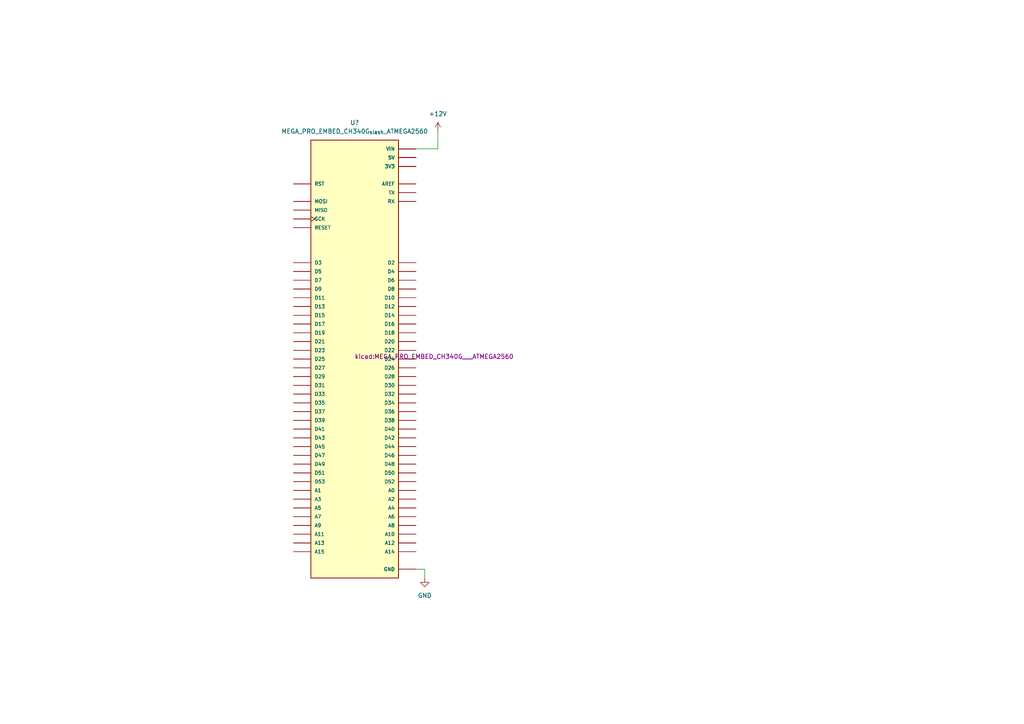
<source format=kicad_sch>
(kicad_sch (version 20211123) (generator eeschema)

  (uuid e63e39d7-6ac0-4ffd-8aa3-1841a4541b55)

  (paper "A4")

  (lib_symbols
    (symbol "MEGA_PRO_EMBED_CH340G___ATMEGA2560:MEGA_PRO_EMBED_CH340G_{slash}_ATMEGA2560" (pin_numbers hide) (pin_names (offset 1.016)) (in_bom yes) (on_board yes)
      (property "Reference" "U" (id 0) (at -12.7 63.5 0)
        (effects (font (size 1.27 1.27)) (justify left bottom))
      )
      (property "Value" "MEGA_PRO_EMBED_CH340G_{slash}_ATMEGA2560" (id 1) (at -12.7 -66.04 0)
        (effects (font (size 1.27 1.27)) (justify left bottom))
      )
      (property "Footprint" "MODULE_MEGA_PRO_EMBED_CH340G_/_ATMEGA2560" (id 2) (at 0 0 0)
        (effects (font (size 1.27 1.27)) (justify left bottom) hide)
      )
      (property "Datasheet" "" (id 3) (at 0 0 0)
        (effects (font (size 1.27 1.27)) (justify left bottom) hide)
      )
      (property "MANUFACTURER" "Robotdyn" (id 4) (at 0 0 0)
        (effects (font (size 1.27 1.27)) (justify left bottom) hide)
      )
      (property "MAXIMUM_PACKAGE_HIEGHT" "" (id 5) (at 0 0 0)
        (effects (font (size 1.27 1.27)) (justify left bottom) hide)
      )
      (property "PARTREV" "12/May/2017" (id 6) (at 0 0 0)
        (effects (font (size 1.27 1.27)) (justify left bottom) hide)
      )
      (property "STANDARD" "Manufacturer Recommendations" (id 7) (at 0 0 0)
        (effects (font (size 1.27 1.27)) (justify left bottom) hide)
      )
      (property "ki_locked" "" (id 8) (at 0 0 0)
        (effects (font (size 1.27 1.27)))
      )
      (symbol "MEGA_PRO_EMBED_CH340G_{slash}_ATMEGA2560_0_0"
        (rectangle (start -12.7 -63.5) (end 12.7 63.5)
          (stroke (width 0.254) (type default) (color 0 0 0 0))
          (fill (type background))
        )
        (pin power_in line (at 17.78 55.88 180) (length 5.08)
          (name "3V3" (effects (font (size 1.016 1.016))))
          (number "3V3_1" (effects (font (size 1.016 1.016))))
        )
        (pin power_in line (at 17.78 55.88 180) (length 5.08)
          (name "3V3" (effects (font (size 1.016 1.016))))
          (number "3V3_2" (effects (font (size 1.016 1.016))))
        )
        (pin power_in line (at 17.78 58.42 180) (length 5.08)
          (name "5V" (effects (font (size 1.016 1.016))))
          (number "5V_1" (effects (font (size 1.016 1.016))))
        )
        (pin power_in line (at 17.78 58.42 180) (length 5.08)
          (name "5V" (effects (font (size 1.016 1.016))))
          (number "5V_2" (effects (font (size 1.016 1.016))))
        )
        (pin power_in line (at 17.78 58.42 180) (length 5.08)
          (name "5V" (effects (font (size 1.016 1.016))))
          (number "5V_3" (effects (font (size 1.016 1.016))))
        )
        (pin bidirectional line (at 17.78 -38.1 180) (length 5.08)
          (name "A0" (effects (font (size 1.016 1.016))))
          (number "A0" (effects (font (size 1.016 1.016))))
        )
        (pin bidirectional line (at -17.78 -38.1 0) (length 5.08)
          (name "A1" (effects (font (size 1.016 1.016))))
          (number "A1" (effects (font (size 1.016 1.016))))
        )
        (pin bidirectional line (at 17.78 -50.8 180) (length 5.08)
          (name "A10" (effects (font (size 1.016 1.016))))
          (number "A10" (effects (font (size 1.016 1.016))))
        )
        (pin bidirectional line (at -17.78 -50.8 0) (length 5.08)
          (name "A11" (effects (font (size 1.016 1.016))))
          (number "A11" (effects (font (size 1.016 1.016))))
        )
        (pin bidirectional line (at 17.78 -53.34 180) (length 5.08)
          (name "A12" (effects (font (size 1.016 1.016))))
          (number "A12" (effects (font (size 1.016 1.016))))
        )
        (pin bidirectional line (at -17.78 -53.34 0) (length 5.08)
          (name "A13" (effects (font (size 1.016 1.016))))
          (number "A13" (effects (font (size 1.016 1.016))))
        )
        (pin bidirectional line (at 17.78 -55.88 180) (length 5.08)
          (name "A14" (effects (font (size 1.016 1.016))))
          (number "A14" (effects (font (size 1.016 1.016))))
        )
        (pin bidirectional line (at -17.78 -55.88 0) (length 5.08)
          (name "A15" (effects (font (size 1.016 1.016))))
          (number "A15" (effects (font (size 1.016 1.016))))
        )
        (pin bidirectional line (at 17.78 -40.64 180) (length 5.08)
          (name "A2" (effects (font (size 1.016 1.016))))
          (number "A2" (effects (font (size 1.016 1.016))))
        )
        (pin bidirectional line (at -17.78 -40.64 0) (length 5.08)
          (name "A3" (effects (font (size 1.016 1.016))))
          (number "A3" (effects (font (size 1.016 1.016))))
        )
        (pin bidirectional line (at 17.78 -43.18 180) (length 5.08)
          (name "A4" (effects (font (size 1.016 1.016))))
          (number "A4" (effects (font (size 1.016 1.016))))
        )
        (pin bidirectional line (at -17.78 -43.18 0) (length 5.08)
          (name "A5" (effects (font (size 1.016 1.016))))
          (number "A5" (effects (font (size 1.016 1.016))))
        )
        (pin bidirectional line (at 17.78 -45.72 180) (length 5.08)
          (name "A6" (effects (font (size 1.016 1.016))))
          (number "A6" (effects (font (size 1.016 1.016))))
        )
        (pin bidirectional line (at -17.78 -45.72 0) (length 5.08)
          (name "A7" (effects (font (size 1.016 1.016))))
          (number "A7" (effects (font (size 1.016 1.016))))
        )
        (pin bidirectional line (at 17.78 -48.26 180) (length 5.08)
          (name "A8" (effects (font (size 1.016 1.016))))
          (number "A8" (effects (font (size 1.016 1.016))))
        )
        (pin bidirectional line (at -17.78 -48.26 0) (length 5.08)
          (name "A9" (effects (font (size 1.016 1.016))))
          (number "A9" (effects (font (size 1.016 1.016))))
        )
        (pin bidirectional line (at 17.78 50.8 180) (length 5.08)
          (name "AREF" (effects (font (size 1.016 1.016))))
          (number "AREF" (effects (font (size 1.016 1.016))))
        )
        (pin bidirectional line (at 17.78 17.78 180) (length 5.08)
          (name "D10" (effects (font (size 1.016 1.016))))
          (number "D10" (effects (font (size 1.016 1.016))))
        )
        (pin bidirectional line (at -17.78 17.78 0) (length 5.08)
          (name "D11" (effects (font (size 1.016 1.016))))
          (number "D11" (effects (font (size 1.016 1.016))))
        )
        (pin bidirectional line (at 17.78 15.24 180) (length 5.08)
          (name "D12" (effects (font (size 1.016 1.016))))
          (number "D12" (effects (font (size 1.016 1.016))))
        )
        (pin bidirectional line (at -17.78 15.24 0) (length 5.08)
          (name "D13" (effects (font (size 1.016 1.016))))
          (number "D13" (effects (font (size 1.016 1.016))))
        )
        (pin bidirectional line (at 17.78 12.7 180) (length 5.08)
          (name "D14" (effects (font (size 1.016 1.016))))
          (number "D14" (effects (font (size 1.016 1.016))))
        )
        (pin bidirectional line (at -17.78 12.7 0) (length 5.08)
          (name "D15" (effects (font (size 1.016 1.016))))
          (number "D15" (effects (font (size 1.016 1.016))))
        )
        (pin bidirectional line (at 17.78 10.16 180) (length 5.08)
          (name "D16" (effects (font (size 1.016 1.016))))
          (number "D16" (effects (font (size 1.016 1.016))))
        )
        (pin bidirectional line (at -17.78 10.16 0) (length 5.08)
          (name "D17" (effects (font (size 1.016 1.016))))
          (number "D17" (effects (font (size 1.016 1.016))))
        )
        (pin bidirectional line (at 17.78 7.62 180) (length 5.08)
          (name "D18" (effects (font (size 1.016 1.016))))
          (number "D18" (effects (font (size 1.016 1.016))))
        )
        (pin bidirectional line (at -17.78 7.62 0) (length 5.08)
          (name "D19" (effects (font (size 1.016 1.016))))
          (number "D19" (effects (font (size 1.016 1.016))))
        )
        (pin bidirectional line (at 17.78 27.94 180) (length 5.08)
          (name "D2" (effects (font (size 1.016 1.016))))
          (number "D2" (effects (font (size 1.016 1.016))))
        )
        (pin bidirectional line (at 17.78 5.08 180) (length 5.08)
          (name "D20" (effects (font (size 1.016 1.016))))
          (number "D20" (effects (font (size 1.016 1.016))))
        )
        (pin bidirectional line (at -17.78 5.08 0) (length 5.08)
          (name "D21" (effects (font (size 1.016 1.016))))
          (number "D21" (effects (font (size 1.016 1.016))))
        )
        (pin bidirectional line (at 17.78 2.54 180) (length 5.08)
          (name "D22" (effects (font (size 1.016 1.016))))
          (number "D22" (effects (font (size 1.016 1.016))))
        )
        (pin bidirectional line (at -17.78 2.54 0) (length 5.08)
          (name "D23" (effects (font (size 1.016 1.016))))
          (number "D23" (effects (font (size 1.016 1.016))))
        )
        (pin bidirectional line (at 17.78 0 180) (length 5.08)
          (name "D24" (effects (font (size 1.016 1.016))))
          (number "D24" (effects (font (size 1.016 1.016))))
        )
        (pin bidirectional line (at -17.78 0 0) (length 5.08)
          (name "D25" (effects (font (size 1.016 1.016))))
          (number "D25" (effects (font (size 1.016 1.016))))
        )
        (pin bidirectional line (at 17.78 -2.54 180) (length 5.08)
          (name "D26" (effects (font (size 1.016 1.016))))
          (number "D26" (effects (font (size 1.016 1.016))))
        )
        (pin bidirectional line (at -17.78 -2.54 0) (length 5.08)
          (name "D27" (effects (font (size 1.016 1.016))))
          (number "D27" (effects (font (size 1.016 1.016))))
        )
        (pin bidirectional line (at 17.78 -5.08 180) (length 5.08)
          (name "D28" (effects (font (size 1.016 1.016))))
          (number "D28" (effects (font (size 1.016 1.016))))
        )
        (pin bidirectional line (at -17.78 -5.08 0) (length 5.08)
          (name "D29" (effects (font (size 1.016 1.016))))
          (number "D29" (effects (font (size 1.016 1.016))))
        )
        (pin bidirectional line (at -17.78 27.94 0) (length 5.08)
          (name "D3" (effects (font (size 1.016 1.016))))
          (number "D3" (effects (font (size 1.016 1.016))))
        )
        (pin bidirectional line (at 17.78 -7.62 180) (length 5.08)
          (name "D30" (effects (font (size 1.016 1.016))))
          (number "D30" (effects (font (size 1.016 1.016))))
        )
        (pin bidirectional line (at -17.78 -7.62 0) (length 5.08)
          (name "D31" (effects (font (size 1.016 1.016))))
          (number "D31" (effects (font (size 1.016 1.016))))
        )
        (pin bidirectional line (at 17.78 -10.16 180) (length 5.08)
          (name "D32" (effects (font (size 1.016 1.016))))
          (number "D32" (effects (font (size 1.016 1.016))))
        )
        (pin bidirectional line (at -17.78 -10.16 0) (length 5.08)
          (name "D33" (effects (font (size 1.016 1.016))))
          (number "D33" (effects (font (size 1.016 1.016))))
        )
        (pin bidirectional line (at 17.78 -12.7 180) (length 5.08)
          (name "D34" (effects (font (size 1.016 1.016))))
          (number "D34" (effects (font (size 1.016 1.016))))
        )
        (pin bidirectional line (at -17.78 -12.7 0) (length 5.08)
          (name "D35" (effects (font (size 1.016 1.016))))
          (number "D35" (effects (font (size 1.016 1.016))))
        )
        (pin bidirectional line (at 17.78 -15.24 180) (length 5.08)
          (name "D36" (effects (font (size 1.016 1.016))))
          (number "D36" (effects (font (size 1.016 1.016))))
        )
        (pin bidirectional line (at -17.78 -15.24 0) (length 5.08)
          (name "D37" (effects (font (size 1.016 1.016))))
          (number "D37" (effects (font (size 1.016 1.016))))
        )
        (pin bidirectional line (at 17.78 -17.78 180) (length 5.08)
          (name "D38" (effects (font (size 1.016 1.016))))
          (number "D38" (effects (font (size 1.016 1.016))))
        )
        (pin bidirectional line (at -17.78 -17.78 0) (length 5.08)
          (name "D39" (effects (font (size 1.016 1.016))))
          (number "D39" (effects (font (size 1.016 1.016))))
        )
        (pin bidirectional line (at 17.78 25.4 180) (length 5.08)
          (name "D4" (effects (font (size 1.016 1.016))))
          (number "D4" (effects (font (size 1.016 1.016))))
        )
        (pin bidirectional line (at 17.78 -20.32 180) (length 5.08)
          (name "D40" (effects (font (size 1.016 1.016))))
          (number "D40" (effects (font (size 1.016 1.016))))
        )
        (pin bidirectional line (at -17.78 -20.32 0) (length 5.08)
          (name "D41" (effects (font (size 1.016 1.016))))
          (number "D41" (effects (font (size 1.016 1.016))))
        )
        (pin bidirectional line (at 17.78 -22.86 180) (length 5.08)
          (name "D42" (effects (font (size 1.016 1.016))))
          (number "D42" (effects (font (size 1.016 1.016))))
        )
        (pin bidirectional line (at -17.78 -22.86 0) (length 5.08)
          (name "D43" (effects (font (size 1.016 1.016))))
          (number "D43" (effects (font (size 1.016 1.016))))
        )
        (pin bidirectional line (at 17.78 -25.4 180) (length 5.08)
          (name "D44" (effects (font (size 1.016 1.016))))
          (number "D44" (effects (font (size 1.016 1.016))))
        )
        (pin bidirectional line (at -17.78 -25.4 0) (length 5.08)
          (name "D45" (effects (font (size 1.016 1.016))))
          (number "D45" (effects (font (size 1.016 1.016))))
        )
        (pin bidirectional line (at 17.78 -27.94 180) (length 5.08)
          (name "D46" (effects (font (size 1.016 1.016))))
          (number "D46" (effects (font (size 1.016 1.016))))
        )
        (pin bidirectional line (at -17.78 -27.94 0) (length 5.08)
          (name "D47" (effects (font (size 1.016 1.016))))
          (number "D47" (effects (font (size 1.016 1.016))))
        )
        (pin bidirectional line (at 17.78 -30.48 180) (length 5.08)
          (name "D48" (effects (font (size 1.016 1.016))))
          (number "D48" (effects (font (size 1.016 1.016))))
        )
        (pin bidirectional line (at -17.78 -30.48 0) (length 5.08)
          (name "D49" (effects (font (size 1.016 1.016))))
          (number "D49" (effects (font (size 1.016 1.016))))
        )
        (pin bidirectional line (at -17.78 25.4 0) (length 5.08)
          (name "D5" (effects (font (size 1.016 1.016))))
          (number "D5" (effects (font (size 1.016 1.016))))
        )
        (pin bidirectional line (at 17.78 -33.02 180) (length 5.08)
          (name "D50" (effects (font (size 1.016 1.016))))
          (number "D50" (effects (font (size 1.016 1.016))))
        )
        (pin bidirectional line (at -17.78 -33.02 0) (length 5.08)
          (name "D51" (effects (font (size 1.016 1.016))))
          (number "D51" (effects (font (size 1.016 1.016))))
        )
        (pin bidirectional line (at 17.78 -35.56 180) (length 5.08)
          (name "D52" (effects (font (size 1.016 1.016))))
          (number "D52" (effects (font (size 1.016 1.016))))
        )
        (pin bidirectional line (at -17.78 -35.56 0) (length 5.08)
          (name "D53" (effects (font (size 1.016 1.016))))
          (number "D53" (effects (font (size 1.016 1.016))))
        )
        (pin bidirectional line (at 17.78 22.86 180) (length 5.08)
          (name "D6" (effects (font (size 1.016 1.016))))
          (number "D6" (effects (font (size 1.016 1.016))))
        )
        (pin bidirectional line (at -17.78 22.86 0) (length 5.08)
          (name "D7" (effects (font (size 1.016 1.016))))
          (number "D7" (effects (font (size 1.016 1.016))))
        )
        (pin bidirectional line (at 17.78 20.32 180) (length 5.08)
          (name "D8" (effects (font (size 1.016 1.016))))
          (number "D8" (effects (font (size 1.016 1.016))))
        )
        (pin bidirectional line (at -17.78 20.32 0) (length 5.08)
          (name "D9" (effects (font (size 1.016 1.016))))
          (number "D9" (effects (font (size 1.016 1.016))))
        )
        (pin power_in line (at 17.78 -60.96 180) (length 5.08)
          (name "GND" (effects (font (size 1.016 1.016))))
          (number "GND_1" (effects (font (size 1.016 1.016))))
        )
        (pin power_in line (at 17.78 -60.96 180) (length 5.08)
          (name "GND" (effects (font (size 1.016 1.016))))
          (number "GND_2" (effects (font (size 1.016 1.016))))
        )
        (pin power_in line (at 17.78 -60.96 180) (length 5.08)
          (name "GND" (effects (font (size 1.016 1.016))))
          (number "GND_3" (effects (font (size 1.016 1.016))))
        )
        (pin bidirectional line (at -17.78 43.18 0) (length 5.08)
          (name "MISO" (effects (font (size 1.016 1.016))))
          (number "MISO" (effects (font (size 1.016 1.016))))
        )
        (pin bidirectional line (at -17.78 45.72 0) (length 5.08)
          (name "MOSI" (effects (font (size 1.016 1.016))))
          (number "MOSI" (effects (font (size 1.016 1.016))))
        )
        (pin input line (at -17.78 38.1 0) (length 5.08)
          (name "RESET" (effects (font (size 1.016 1.016))))
          (number "RESET" (effects (font (size 1.016 1.016))))
        )
        (pin input line (at -17.78 50.8 0) (length 5.08)
          (name "RST" (effects (font (size 1.016 1.016))))
          (number "RST" (effects (font (size 1.016 1.016))))
        )
        (pin input line (at 17.78 45.72 180) (length 5.08)
          (name "RX" (effects (font (size 1.016 1.016))))
          (number "RX" (effects (font (size 1.016 1.016))))
        )
        (pin bidirectional clock (at -17.78 40.64 0) (length 5.08)
          (name "SCK" (effects (font (size 1.016 1.016))))
          (number "SCK" (effects (font (size 1.016 1.016))))
        )
        (pin output line (at 17.78 48.26 180) (length 5.08)
          (name "TX" (effects (font (size 1.016 1.016))))
          (number "TX" (effects (font (size 1.016 1.016))))
        )
        (pin output line (at 17.78 60.96 180) (length 5.08)
          (name "VIN" (effects (font (size 1.016 1.016))))
          (number "VIN_1" (effects (font (size 1.016 1.016))))
        )
        (pin output line (at 17.78 60.96 180) (length 5.08)
          (name "VIN" (effects (font (size 1.016 1.016))))
          (number "VIN_2" (effects (font (size 1.016 1.016))))
        )
      )
    )
    (symbol "power:+12V" (power) (pin_names (offset 0)) (in_bom yes) (on_board yes)
      (property "Reference" "#PWR" (id 0) (at 0 -3.81 0)
        (effects (font (size 1.27 1.27)) hide)
      )
      (property "Value" "+12V" (id 1) (at 0 3.556 0)
        (effects (font (size 1.27 1.27)))
      )
      (property "Footprint" "" (id 2) (at 0 0 0)
        (effects (font (size 1.27 1.27)) hide)
      )
      (property "Datasheet" "" (id 3) (at 0 0 0)
        (effects (font (size 1.27 1.27)) hide)
      )
      (property "ki_keywords" "power-flag" (id 4) (at 0 0 0)
        (effects (font (size 1.27 1.27)) hide)
      )
      (property "ki_description" "Power symbol creates a global label with name \"+12V\"" (id 5) (at 0 0 0)
        (effects (font (size 1.27 1.27)) hide)
      )
      (symbol "+12V_0_1"
        (polyline
          (pts
            (xy -0.762 1.27)
            (xy 0 2.54)
          )
          (stroke (width 0) (type default) (color 0 0 0 0))
          (fill (type none))
        )
        (polyline
          (pts
            (xy 0 0)
            (xy 0 2.54)
          )
          (stroke (width 0) (type default) (color 0 0 0 0))
          (fill (type none))
        )
        (polyline
          (pts
            (xy 0 2.54)
            (xy 0.762 1.27)
          )
          (stroke (width 0) (type default) (color 0 0 0 0))
          (fill (type none))
        )
      )
      (symbol "+12V_1_1"
        (pin power_in line (at 0 0 90) (length 0) hide
          (name "+12V" (effects (font (size 1.27 1.27))))
          (number "1" (effects (font (size 1.27 1.27))))
        )
      )
    )
    (symbol "power:GND" (power) (pin_names (offset 0)) (in_bom yes) (on_board yes)
      (property "Reference" "#PWR" (id 0) (at 0 -6.35 0)
        (effects (font (size 1.27 1.27)) hide)
      )
      (property "Value" "GND" (id 1) (at 0 -3.81 0)
        (effects (font (size 1.27 1.27)))
      )
      (property "Footprint" "" (id 2) (at 0 0 0)
        (effects (font (size 1.27 1.27)) hide)
      )
      (property "Datasheet" "" (id 3) (at 0 0 0)
        (effects (font (size 1.27 1.27)) hide)
      )
      (property "ki_keywords" "power-flag" (id 4) (at 0 0 0)
        (effects (font (size 1.27 1.27)) hide)
      )
      (property "ki_description" "Power symbol creates a global label with name \"GND\" , ground" (id 5) (at 0 0 0)
        (effects (font (size 1.27 1.27)) hide)
      )
      (symbol "GND_0_1"
        (polyline
          (pts
            (xy 0 0)
            (xy 0 -1.27)
            (xy 1.27 -1.27)
            (xy 0 -2.54)
            (xy -1.27 -1.27)
            (xy 0 -1.27)
          )
          (stroke (width 0) (type default) (color 0 0 0 0))
          (fill (type none))
        )
      )
      (symbol "GND_1_1"
        (pin power_in line (at 0 0 270) (length 0) hide
          (name "GND" (effects (font (size 1.27 1.27))))
          (number "1" (effects (font (size 1.27 1.27))))
        )
      )
    )
  )


  (wire (pts (xy 127 43.18) (xy 127 38.1))
    (stroke (width 0) (type default) (color 0 0 0 0))
    (uuid 0e8d638d-8eb2-43e9-a774-ea40a59e9fb5)
  )
  (wire (pts (xy 120.65 43.18) (xy 127 43.18))
    (stroke (width 0) (type default) (color 0 0 0 0))
    (uuid 17135b67-e37b-4d43-80e0-619a9b8dde2c)
  )
  (wire (pts (xy 120.65 165.1) (xy 123.19 165.1))
    (stroke (width 0) (type default) (color 0 0 0 0))
    (uuid 346cbb3b-789c-4916-803b-aafdcd34871c)
  )
  (wire (pts (xy 123.19 165.1) (xy 123.19 167.64))
    (stroke (width 0) (type default) (color 0 0 0 0))
    (uuid 555d896a-ec04-4a9b-b03f-3b7c3626a631)
  )

  (symbol (lib_id "MEGA_PRO_EMBED_CH340G___ATMEGA2560:MEGA_PRO_EMBED_CH340G_{slash}_ATMEGA2560") (at 102.87 104.14 0) (unit 1)
    (in_bom yes) (on_board yes) (fields_autoplaced)
    (uuid 25cf98c8-de8d-4b21-86b9-2563caa0bbdb)
    (property "Reference" "U?" (id 0) (at 102.87 35.56 0))
    (property "Value" "MEGA_PRO_EMBED_CH340G_{slash}_ATMEGA2560" (id 1) (at 102.87 38.1 0))
    (property "Footprint" "kicad:MEGA_PRO_EMBED_CH340G___ATMEGA2560" (id 2) (at 102.87 104.14 0)
      (effects (font (size 1.27 1.27)) (justify left bottom))
    )
    (property "Datasheet" "" (id 3) (at 102.87 104.14 0)
      (effects (font (size 1.27 1.27)) (justify left bottom) hide)
    )
    (property "MANUFACTURER" "Robotdyn" (id 4) (at 102.87 104.14 0)
      (effects (font (size 1.27 1.27)) (justify left bottom) hide)
    )
    (property "MAXIMUM_PACKAGE_HIEGHT" "" (id 5) (at 102.87 104.14 0)
      (effects (font (size 1.27 1.27)) (justify left bottom) hide)
    )
    (property "PARTREV" "12/May/2017" (id 6) (at 102.87 104.14 0)
      (effects (font (size 1.27 1.27)) (justify left bottom) hide)
    )
    (property "STANDARD" "Manufacturer Recommendations" (id 7) (at 102.87 104.14 0)
      (effects (font (size 1.27 1.27)) (justify left bottom) hide)
    )
    (pin "3V3_1" (uuid 66030975-26c3-4d18-8490-93d605ea9a84))
    (pin "3V3_2" (uuid 387c2f8b-cbdf-4c0b-aafd-7793bbd435a4))
    (pin "5V_1" (uuid d93223fc-6497-4cf1-9547-8b35f047f3da))
    (pin "5V_2" (uuid 115092b6-803c-4bf1-886b-d3658874087d))
    (pin "5V_3" (uuid bc3123b9-10c9-4e75-bfc6-52803fb22d69))
    (pin "A0" (uuid 5f41894f-6aeb-4af7-9c0e-c1198918e5d5))
    (pin "A1" (uuid e7135c12-3565-4d06-b7f6-91f53d20aa3f))
    (pin "A10" (uuid dbfead7e-b15c-4a48-8048-2ec396a8f3e5))
    (pin "A11" (uuid 4b28bc68-0e42-400a-8275-58ded0f65123))
    (pin "A12" (uuid f38874fc-3236-43e6-acb4-c2c8474f770b))
    (pin "A13" (uuid eaf81fdc-4e40-4ea2-9725-d8777f7c6233))
    (pin "A14" (uuid 2dab322a-db58-49bc-8c65-b2914445ff48))
    (pin "A15" (uuid 9645cfa6-8077-4c26-b044-42f5c9e16ff6))
    (pin "A2" (uuid bf76315c-8486-4e7f-b576-93f8dad2efb5))
    (pin "A3" (uuid d1d032e1-c030-4c25-847f-25c3ae0c941b))
    (pin "A4" (uuid 390cb584-d492-4af6-9954-dfb84eb1e9a3))
    (pin "A5" (uuid acc931c4-a624-4b89-9c7f-667f9b30348a))
    (pin "A6" (uuid c281905d-52df-4dfd-800a-bd32c34e90fd))
    (pin "A7" (uuid c94fbd63-ab66-49c3-a6fc-c399e58ffe89))
    (pin "A8" (uuid db460cb8-7cf4-4d82-bce0-22aa0e4ccd56))
    (pin "A9" (uuid 541963bb-09dd-472a-aef3-b773d26a57c4))
    (pin "AREF" (uuid 3e10edd7-758e-41df-9309-6d40c460d318))
    (pin "D10" (uuid 4f0a16f0-7b99-40ce-ab34-1fec8af02fd2))
    (pin "D11" (uuid cdadcc66-805f-4b48-a81d-97dcf11305bd))
    (pin "D12" (uuid d5785a95-756b-4b15-aa7f-a24c2fb616c1))
    (pin "D13" (uuid 8c81c7d1-b064-4e6e-a85c-f0ec3b860c52))
    (pin "D14" (uuid d15218e6-7a19-40df-9409-2982550075ff))
    (pin "D15" (uuid 8fc33fda-b4a0-4d30-8a40-06fe2b0441b1))
    (pin "D16" (uuid 53aded21-62aa-4b8e-9498-b4d0b01c9f27))
    (pin "D17" (uuid d6e0389c-e961-4e02-a523-c143bcade8dc))
    (pin "D18" (uuid cef4854b-9469-40f4-8b72-30499f85c6d0))
    (pin "D19" (uuid 6cbcc988-1809-4c05-882b-4850de181db8))
    (pin "D2" (uuid 0b64634a-2ab9-42ca-b36e-65284bfcdc6c))
    (pin "D20" (uuid 4fe009bc-4d18-4b4d-bd1a-7388aab5825d))
    (pin "D21" (uuid b97c125e-149f-444e-8648-0009aff55ded))
    (pin "D22" (uuid 88b9e929-4c8e-4de7-b8cf-47c4afba340d))
    (pin "D23" (uuid 52f7d915-06f6-4336-8e4e-78bfafdc8a1c))
    (pin "D24" (uuid a562aeb0-1960-46e5-908d-078ff256f9ea))
    (pin "D25" (uuid 7392552c-33b5-41d9-bcf1-33ecc4d37e62))
    (pin "D26" (uuid 3d6979e2-1ec4-4899-acb2-165583a8bd92))
    (pin "D27" (uuid 53194f74-02d2-408c-9cce-a5c0f70a07c3))
    (pin "D28" (uuid 5ec96685-680b-4ee9-a68e-55ac0f25ea6a))
    (pin "D29" (uuid 4e62bd3d-4204-4c3d-ba1f-b6de20c7daf6))
    (pin "D3" (uuid b5983d7c-7af0-4ffc-85e0-7d9110344c3a))
    (pin "D30" (uuid 67a72a96-d2ab-44e8-a202-663340c2dc73))
    (pin "D31" (uuid 52bbaaf5-f697-4cea-9358-31b46dadcd91))
    (pin "D32" (uuid b68c4b4e-3770-4341-8a61-057638fe6681))
    (pin "D33" (uuid bcdf35bd-19b0-4fa9-9ed4-dde66d912302))
    (pin "D34" (uuid 71007dcd-a184-420b-9131-6fa17886e34f))
    (pin "D35" (uuid bd18e68d-c8ba-41c0-9d7c-fc528573b4a8))
    (pin "D36" (uuid 8d9535a5-29a1-4b13-8f1b-664c42bd9bf0))
    (pin "D37" (uuid c40282e1-6537-4399-8c71-99ea0382cc87))
    (pin "D38" (uuid d1696d9e-b418-4239-9ba3-2b66a13c9e39))
    (pin "D39" (uuid 2bfbe00a-f39b-44dd-adef-57a8020f2ceb))
    (pin "D4" (uuid 45840dbb-e65d-48fc-8270-611411125744))
    (pin "D40" (uuid dc497f3d-ee27-42f6-81f9-dbe0a05d3c2c))
    (pin "D41" (uuid 9c30cd1b-2d07-412a-9891-f5365331f0dd))
    (pin "D42" (uuid fd379470-d81a-474e-a42b-c2066871bfcc))
    (pin "D43" (uuid 0304bab3-3174-49ca-9d42-66dbfbc1cc80))
    (pin "D44" (uuid 4a5fecd4-5f30-4404-b56f-f31ea6c557a0))
    (pin "D45" (uuid 9a75c7d8-9bd0-4860-b382-c9a41959685d))
    (pin "D46" (uuid ab1f23e8-abbc-4621-b738-859beb24a39f))
    (pin "D47" (uuid 597beab9-322e-47cd-b3ed-6ff942f06741))
    (pin "D48" (uuid 3e3ae1d2-6971-45c9-a5b8-b4457bd5855d))
    (pin "D49" (uuid 70fc6566-b5fa-44f3-9bf8-80dbeadee32c))
    (pin "D5" (uuid 3b63a359-fabb-445f-9c5d-80e7bf5dba4e))
    (pin "D50" (uuid f3584d56-886d-4481-8f72-3439dc7ce2af))
    (pin "D51" (uuid e5fa3806-2618-48cf-8322-159e2bb38326))
    (pin "D52" (uuid 305e6910-660e-4849-9bfe-587bcc84d068))
    (pin "D53" (uuid c0887264-8e9f-432d-abf3-62a2c46d4c24))
    (pin "D6" (uuid 11906e69-d341-4565-aa6b-ceda7025e69e))
    (pin "D7" (uuid 67854048-ae7b-4deb-88fb-2790582a8472))
    (pin "D8" (uuid c6293680-2917-4a43-8a69-3aaa659b08aa))
    (pin "D9" (uuid 5bcde203-29dd-498a-bab6-d0f3db09236b))
    (pin "GND_1" (uuid 939ae4b3-5828-4229-b05c-ad04c974a90a))
    (pin "GND_2" (uuid d806a0a1-7020-4d9d-9ae4-b76e4f0e3969))
    (pin "GND_3" (uuid 6fd09569-fdfd-45e0-bf76-52c207b6cba2))
    (pin "MISO" (uuid 8484e05f-0a5d-4825-a455-2dfd50ab080e))
    (pin "MOSI" (uuid 4e889b8d-1584-4307-a82e-b5ebce6fc74c))
    (pin "RESET" (uuid d16fa40b-e495-49fb-b071-366fda4c5a95))
    (pin "RST" (uuid 1543495f-5eeb-45b0-a2c4-6363099e3d3d))
    (pin "RX" (uuid 22075b57-b738-497f-880b-408d66562a87))
    (pin "SCK" (uuid c314a856-1515-4cf1-be60-b9e5d4900fb7))
    (pin "TX" (uuid ea9509ca-327c-4588-86ed-f5021115abac))
    (pin "VIN_1" (uuid 6ec0db2f-5791-472e-b7b6-2614a564e0ea))
    (pin "VIN_2" (uuid ad317120-4da1-4d8c-83c2-a98d79d415d0))
  )

  (symbol (lib_id "power:+12V") (at 127 38.1 0) (unit 1)
    (in_bom yes) (on_board yes) (fields_autoplaced)
    (uuid 2e4274eb-56ba-4c4e-b497-5b024203380a)
    (property "Reference" "#PWR?" (id 0) (at 127 41.91 0)
      (effects (font (size 1.27 1.27)) hide)
    )
    (property "Value" "+12V" (id 1) (at 127 33.02 0))
    (property "Footprint" "" (id 2) (at 127 38.1 0)
      (effects (font (size 1.27 1.27)) hide)
    )
    (property "Datasheet" "" (id 3) (at 127 38.1 0)
      (effects (font (size 1.27 1.27)) hide)
    )
    (pin "1" (uuid c7b54072-c66e-4663-9702-f4d7fcfab3fc))
  )

  (symbol (lib_id "power:GND") (at 123.19 167.64 0) (unit 1)
    (in_bom yes) (on_board yes) (fields_autoplaced)
    (uuid e046c6ea-e2fd-4c77-921d-087d68d5b9da)
    (property "Reference" "#PWR?" (id 0) (at 123.19 173.99 0)
      (effects (font (size 1.27 1.27)) hide)
    )
    (property "Value" "GND" (id 1) (at 123.19 172.72 0))
    (property "Footprint" "" (id 2) (at 123.19 167.64 0)
      (effects (font (size 1.27 1.27)) hide)
    )
    (property "Datasheet" "" (id 3) (at 123.19 167.64 0)
      (effects (font (size 1.27 1.27)) hide)
    )
    (pin "1" (uuid ad158648-4389-4718-808d-167f16ae75ff))
  )

  (sheet_instances
    (path "/" (page "1"))
  )

  (symbol_instances
    (path "/2e4274eb-56ba-4c4e-b497-5b024203380a"
      (reference "#PWR?") (unit 1) (value "+12V") (footprint "")
    )
    (path "/e046c6ea-e2fd-4c77-921d-087d68d5b9da"
      (reference "#PWR?") (unit 1) (value "GND") (footprint "")
    )
    (path "/25cf98c8-de8d-4b21-86b9-2563caa0bbdb"
      (reference "U?") (unit 1) (value "MEGA_PRO_EMBED_CH340G_{slash}_ATMEGA2560") (footprint "kicad:MEGA_PRO_EMBED_CH340G___ATMEGA2560")
    )
  )
)

</source>
